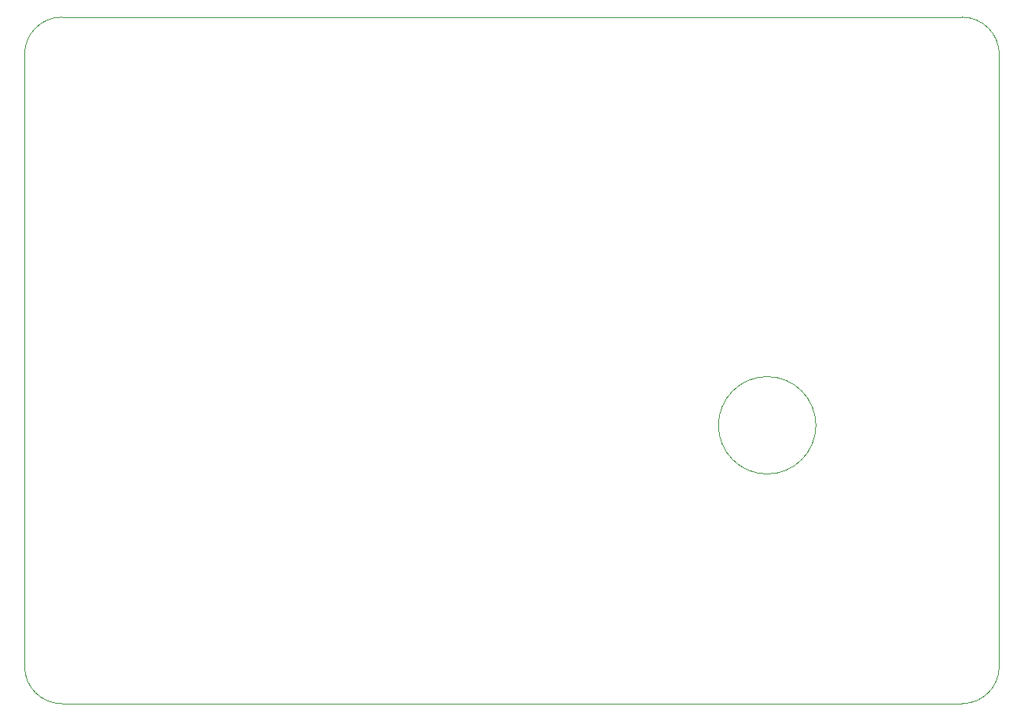
<source format=gbr>
%TF.GenerationSoftware,KiCad,Pcbnew,8.0.2*%
%TF.CreationDate,2024-06-17T23:35:22+07:00*%
%TF.ProjectId,Lamp_Circuit,4c616d70-5f43-4697-9263-7569742e6b69,rev?*%
%TF.SameCoordinates,Original*%
%TF.FileFunction,Profile,NP*%
%FSLAX46Y46*%
G04 Gerber Fmt 4.6, Leading zero omitted, Abs format (unit mm)*
G04 Created by KiCad (PCBNEW 8.0.2) date 2024-06-17 23:35:22*
%MOMM*%
%LPD*%
G01*
G04 APERTURE LIST*
%TA.AperFunction,Profile*%
%ADD10C,0.050000*%
%TD*%
%TA.AperFunction,Profile*%
%ADD11C,0.120000*%
%TD*%
G04 APERTURE END LIST*
D10*
X104000000Y-124000000D02*
G75*
G02*
X100000000Y-120000000I0J4000000D01*
G01*
X201000000Y-50000000D02*
G75*
G02*
X205000000Y-54000000I0J-4000000D01*
G01*
X205000000Y-54000000D02*
X205000000Y-120000000D01*
X100000000Y-120000000D02*
X100000000Y-54000000D01*
X100000000Y-54000000D02*
G75*
G02*
X104000000Y-50000000I4000000J0D01*
G01*
X201000000Y-124000000D02*
X104000000Y-124000000D01*
X104000000Y-50000000D02*
X201000000Y-50000000D01*
X205000000Y-120000000D02*
G75*
G02*
X201000000Y-124000000I-4000000J0D01*
G01*
D11*
%TO.C,LA1*%
X185250000Y-94000000D02*
G75*
G02*
X174750000Y-94000000I-5250000J0D01*
G01*
X174750000Y-94000000D02*
G75*
G02*
X185250000Y-94000000I5250000J0D01*
G01*
%TD*%
M02*

</source>
